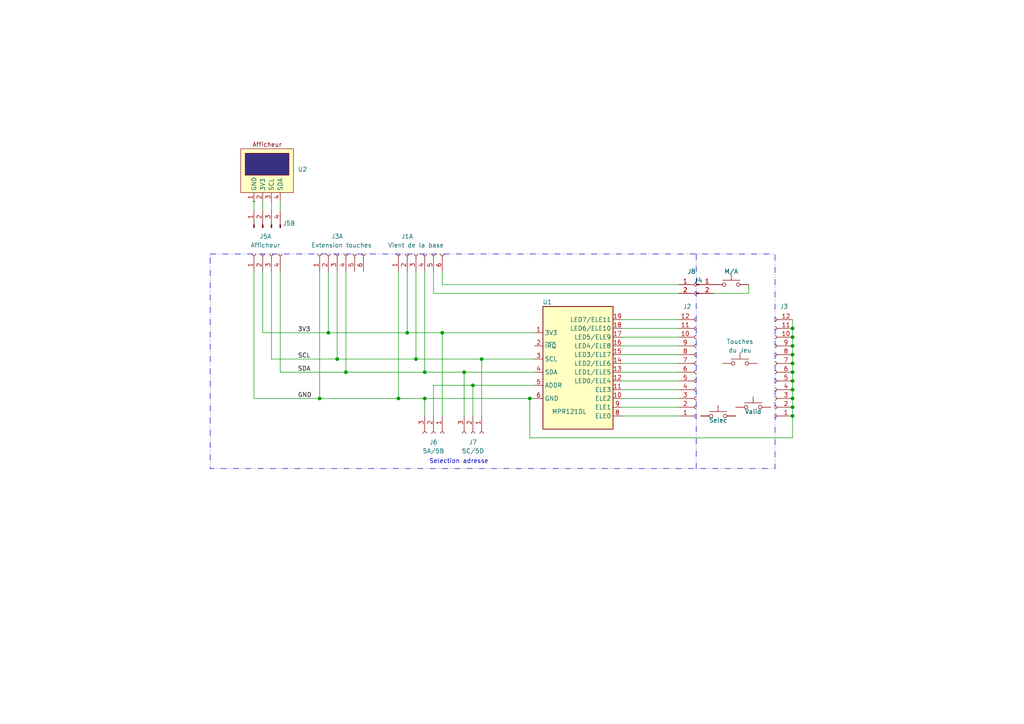
<source format=kicad_sch>
(kicad_sch (version 20230121) (generator eeschema)
  (paper "A4")
  (lib_symbols
    (symbol "Connector:Conn_01x02_Pin" (pin_names (offset 1.016) hide)
      (property "Reference" "J" (at 0 2.54 0))
      (property "Value" "Conn_01x02_Pin" (at 0 -5.08 0))
      (symbol "Conn_01x02_Pin_1_1"
        (polyline (pts (xy 1.27 -2.54) (xy 0.8636 -2.54)) (stroke (width 0.1524)))
        (polyline (pts (xy 1.27 0) (xy 0.8636 0)) (stroke (width 0.1524)))
        (rectangle (start 0.8636 -2.413) (end 0 -2.667) (stroke (width 0.1524)) (fill (type outline)))
        (rectangle (start 0.8636 0.127) (end 0 -0.127) (stroke (width 0.1524)) (fill (type outline)))
        (pin passive line (at 5.08 0 180) (length 3.81) (name "Pin_1") (number "1"))
        (pin passive line (at 5.08 -2.54 180) (length 3.81) (name "Pin_2") (number "2"))
      )
    )
    (symbol "Connector:Conn_01x02_Socket" (pin_names (offset 1.016) hide)
      (property "Reference" "J" (at 0 2.54 0))
      (property "Value" "Conn_01x02_Socket" (at 0 -5.08 0))
      (symbol "Conn_01x02_Socket_1_1"
        (arc (start 0 -2.032) (mid -0.5058 -2.54) (end 0 -3.048) (stroke (width 0.1524)))
        (polyline (pts (xy -1.27 -2.54) (xy -0.508 -2.54)) (stroke (width 0.1524)))
        (polyline (pts (xy -1.27 0) (xy -0.508 0)) (stroke (width 0.1524)))
        (arc (start 0 0.508) (mid -0.5058 0) (end 0 -0.508) (stroke (width 0.1524)))
        (pin passive line (at -5.08 0 0) (length 3.81) (name "Pin_1") (number "1"))
        (pin passive line (at -5.08 -2.54 0) (length 3.81) (name "Pin_2") (number "2"))
      )
    )
    (symbol "Connector:Conn_01x03_Socket" (pin_names (offset 1.016) hide)
      (property "Reference" "J" (at 0 5.08 0))
      (property "Value" "Conn_01x03_Socket" (at 0 -5.08 0))
      (symbol "Conn_01x03_Socket_1_1"
        (arc (start 0 -2.032) (mid -0.5058 -2.54) (end 0 -3.048) (stroke (width 0.1524)))
        (polyline (pts (xy -1.27 -2.54) (xy -0.508 -2.54)) (stroke (width 0.1524)))
        (polyline (pts (xy -1.27 0) (xy -0.508 0)) (stroke (width 0.1524)))
        (polyline (pts (xy -1.27 2.54) (xy -0.508 2.54)) (stroke (width 0.1524)))
        (arc (start 0 0.508) (mid -0.5058 0) (end 0 -0.508) (stroke (width 0.1524)))
        (arc (start 0 3.048) (mid -0.5058 2.54) (end 0 2.032) (stroke (width 0.1524)))
        (pin passive line (at -5.08 2.54 0) (length 3.81) (name "Pin_1") (number "1"))
        (pin passive line (at -5.08 0 0) (length 3.81) (name "Pin_2") (number "2"))
        (pin passive line (at -5.08 -2.54 0) (length 3.81) (name "Pin_3") (number "3"))
      )
    )
    (symbol "Connector:Conn_01x04_Pin" (pin_names (offset 1.016) hide)
      (property "Reference" "J" (at 0 5.08 0))
      (property "Value" "Conn_01x04_Pin" (at 0 -7.62 0))
      (symbol "Conn_01x04_Pin_1_1"
        (polyline (pts (xy 1.27 -5.08) (xy 0.8636 -5.08)) (stroke (width 0.1524)))
        (polyline (pts (xy 1.27 -2.54) (xy 0.8636 -2.54)) (stroke (width 0.1524)))
        (polyline (pts (xy 1.27 0) (xy 0.8636 0)) (stroke (width 0.1524)))
        (polyline (pts (xy 1.27 2.54) (xy 0.8636 2.54)) (stroke (width 0.1524)))
        (rectangle (start 0.8636 -4.953) (end 0 -5.207) (stroke (width 0.1524)) (fill (type outline)))
        (rectangle (start 0.8636 -2.413) (end 0 -2.667) (stroke (width 0.1524)) (fill (type outline)))
        (rectangle (start 0.8636 0.127) (end 0 -0.127) (stroke (width 0.1524)) (fill (type outline)))
        (rectangle (start 0.8636 2.667) (end 0 2.413) (stroke (width 0.1524)) (fill (type outline)))
        (pin passive line (at 5.08 2.54 180) (length 3.81) (name "Pin_1") (number "1"))
        (pin passive line (at 5.08 0 180) (length 3.81) (name "Pin_2") (number "2"))
        (pin passive line (at 5.08 -2.54 180) (length 3.81) (name "Pin_3") (number "3"))
        (pin passive line (at 5.08 -5.08 180) (length 3.81) (name "Pin_4") (number "4"))
      )
    )
    (symbol "Connector:Conn_01x04_Socket" (pin_names (offset 1.016) hide)
      (property "Reference" "J" (at 0 5.08 0))
      (property "Value" "Conn_01x04_Socket" (at 0 -7.62 0))
      (symbol "Conn_01x04_Socket_1_1"
        (arc (start 0 -4.572) (mid -0.5058 -5.08) (end 0 -5.588) (stroke (width 0.1524)))
        (arc (start 0 -2.032) (mid -0.5058 -2.54) (end 0 -3.048) (stroke (width 0.1524)))
        (polyline (pts (xy -1.27 -5.08) (xy -0.508 -5.08)) (stroke (width 0.1524)))
        (polyline (pts (xy -1.27 -2.54) (xy -0.508 -2.54)) (stroke (width 0.1524)))
        (polyline (pts (xy -1.27 0) (xy -0.508 0)) (stroke (width 0.1524)))
        (polyline (pts (xy -1.27 2.54) (xy -0.508 2.54)) (stroke (width 0.1524)))
        (arc (start 0 0.508) (mid -0.5058 0) (end 0 -0.508) (stroke (width 0.1524)))
        (arc (start 0 3.048) (mid -0.5058 2.54) (end 0 2.032) (stroke (width 0.1524)))
        (pin passive line (at -5.08 2.54 0) (length 3.81) (name "Pin_1") (number "1"))
        (pin passive line (at -5.08 0 0) (length 3.81) (name "Pin_2") (number "2"))
        (pin passive line (at -5.08 -2.54 0) (length 3.81) (name "Pin_3") (number "3"))
        (pin passive line (at -5.08 -5.08 0) (length 3.81) (name "Pin_4") (number "4"))
      )
    )
    (symbol "Connector:Conn_01x06_Socket" (pin_names (offset 1.016) hide)
      (property "Reference" "J" (at 0 7.62 0))
      (property "Value" "Conn_01x06_Socket" (at 0 -10.16 0))
      (symbol "Conn_01x06_Socket_1_1"
        (arc (start 0 -7.112) (mid -0.5058 -7.62) (end 0 -8.128) (stroke (width 0.1524)))
        (arc (start 0 -4.572) (mid -0.5058 -5.08) (end 0 -5.588) (stroke (width 0.1524)))
        (arc (start 0 -2.032) (mid -0.5058 -2.54) (end 0 -3.048) (stroke (width 0.1524)))
        (polyline (pts (xy -1.27 -7.62) (xy -0.508 -7.62)) (stroke (width 0.1524)))
        (polyline (pts (xy -1.27 -5.08) (xy -0.508 -5.08)) (stroke (width 0.1524)))
        (polyline (pts (xy -1.27 -2.54) (xy -0.508 -2.54)) (stroke (width 0.1524)))
        (polyline (pts (xy -1.27 0) (xy -0.508 0)) (stroke (width 0.1524)))
        (polyline (pts (xy -1.27 2.54) (xy -0.508 2.54)) (stroke (width 0.1524)))
        (polyline (pts (xy -1.27 5.08) (xy -0.508 5.08)) (stroke (width 0.1524)))
        (arc (start 0 0.508) (mid -0.5058 0) (end 0 -0.508) (stroke (width 0.1524)))
        (arc (start 0 3.048) (mid -0.5058 2.54) (end 0 2.032) (stroke (width 0.1524)))
        (arc (start 0 5.588) (mid -0.5058 5.08) (end 0 4.572) (stroke (width 0.1524)))
        (pin passive line (at -5.08 5.08 0) (length 3.81) (name "Pin_1") (number "1"))
        (pin passive line (at -5.08 2.54 0) (length 3.81) (name "Pin_2") (number "2"))
        (pin passive line (at -5.08 0 0) (length 3.81) (name "Pin_3") (number "3"))
        (pin passive line (at -5.08 -2.54 0) (length 3.81) (name "Pin_4") (number "4"))
        (pin passive line (at -5.08 -5.08 0) (length 3.81) (name "Pin_5") (number "5"))
        (pin passive line (at -5.08 -7.62 0) (length 3.81) (name "Pin_6") (number "6"))
      )
    )
    (symbol "Connector:Conn_01x12_Socket" (pin_names (offset 1.016) hide)
      (property "Reference" "J" (at 0 15.24 0))
      (property "Value" "Conn_01x12_Socket" (at 0 -17.78 0))
      (symbol "Conn_01x12_Socket_1_1"
        (arc (start 0 -14.732) (mid -0.5058 -15.24) (end 0 -15.748) (stroke (width 0.1524)))
        (arc (start 0 -12.192) (mid -0.5058 -12.7) (end 0 -13.208) (stroke (width 0.1524)))
        (arc (start 0 -9.652) (mid -0.5058 -10.16) (end 0 -10.668) (stroke (width 0.1524)))
        (arc (start 0 -7.112) (mid -0.5058 -7.62) (end 0 -8.128) (stroke (width 0.1524)))
        (arc (start 0 -4.572) (mid -0.5058 -5.08) (end 0 -5.588) (stroke (width 0.1524)))
        (arc (start 0 -2.032) (mid -0.5058 -2.54) (end 0 -3.048) (stroke (width 0.1524)))
        (polyline (pts (xy -1.27 -15.24) (xy -0.508 -15.24)) (stroke (width 0.1524)))
        (polyline (pts (xy -1.27 -12.7) (xy -0.508 -12.7)) (stroke (width 0.1524)))
        (polyline (pts (xy -1.27 -10.16) (xy -0.508 -10.16)) (stroke (width 0.1524)))
        (polyline (pts (xy -1.27 -7.62) (xy -0.508 -7.62)) (stroke (width 0.1524)))
        (polyline (pts (xy -1.27 -5.08) (xy -0.508 -5.08)) (stroke (width 0.1524)))
        (polyline (pts (xy -1.27 -2.54) (xy -0.508 -2.54)) (stroke (width 0.1524)))
        (polyline (pts (xy -1.27 0) (xy -0.508 0)) (stroke (width 0.1524)))
        (polyline (pts (xy -1.27 2.54) (xy -0.508 2.54)) (stroke (width 0.1524)))
        (polyline (pts (xy -1.27 5.08) (xy -0.508 5.08)) (stroke (width 0.1524)))
        (polyline (pts (xy -1.27 7.62) (xy -0.508 7.62)) (stroke (width 0.1524)))
        (polyline (pts (xy -1.27 10.16) (xy -0.508 10.16)) (stroke (width 0.1524)))
        (polyline (pts (xy -1.27 12.7) (xy -0.508 12.7)) (stroke (width 0.1524)))
        (arc (start 0 0.508) (mid -0.5058 0) (end 0 -0.508) (stroke (width 0.1524)))
        (arc (start 0 3.048) (mid -0.5058 2.54) (end 0 2.032) (stroke (width 0.1524)))
        (arc (start 0 5.588) (mid -0.5058 5.08) (end 0 4.572) (stroke (width 0.1524)))
        (arc (start 0 8.128) (mid -0.5058 7.62) (end 0 7.112) (stroke (width 0.1524)))
        (arc (start 0 10.668) (mid -0.5058 10.16) (end 0 9.652) (stroke (width 0.1524)))
        (arc (start 0 13.208) (mid -0.5058 12.7) (end 0 12.192) (stroke (width 0.1524)))
        (pin passive line (at -5.08 12.7 0) (length 3.81) (name "Pin_1") (number "1"))
        (pin passive line (at -5.08 -10.16 0) (length 3.81) (name "Pin_10") (number "10"))
        (pin passive line (at -5.08 -12.7 0) (length 3.81) (name "Pin_11") (number "11"))
        (pin passive line (at -5.08 -15.24 0) (length 3.81) (name "Pin_12") (number "12"))
        (pin passive line (at -5.08 10.16 0) (length 3.81) (name "Pin_2") (number "2"))
        (pin passive line (at -5.08 7.62 0) (length 3.81) (name "Pin_3") (number "3"))
        (pin passive line (at -5.08 5.08 0) (length 3.81) (name "Pin_4") (number "4"))
        (pin passive line (at -5.08 2.54 0) (length 3.81) (name "Pin_5") (number "5"))
        (pin passive line (at -5.08 0 0) (length 3.81) (name "Pin_6") (number "6"))
        (pin passive line (at -5.08 -2.54 0) (length 3.81) (name "Pin_7") (number "7"))
        (pin passive line (at -5.08 -5.08 0) (length 3.81) (name "Pin_8") (number "8"))
        (pin passive line (at -5.08 -7.62 0) (length 3.81) (name "Pin_9") (number "9"))
      )
    )
    (symbol "MaLibrairie2:Display"
      (property "Reference" "U" (at 0 0 0))
      (symbol "Display_0_1"
        (rectangle (start -3.81 15.24) (end 11.43 2.54) (fill (type background)))
        (rectangle (start -2.54 13.97) (end 10.16 7.62) (fill (type color) (color 57 48 132 1)))
        (text "Afficheur" (at 3.81 16.51 0) (effects (font (size 1.27 1.27))))
      )
      (symbol "Display_1_1"
        (pin input line (at 0 0 90) (length 2.54) (name "GND") (number "1"))
        (pin input line (at 2.54 0 90) (length 2.54) (name "3V3") (number "2"))
        (pin input line (at 5.08 0 90) (length 2.54) (name "SCL") (number "3"))
        (pin input line (at 7.62 0 90) (length 2.54) (name "SDA") (number "4"))
      )
    )
    (symbol "MaLibrairie2:MPR121QR2"
      (property "Reference" "U" (at -8.89 19.05 0))
      (property "Value" "MPR121DL" (at 6.35 19.05 0))
      (symbol "MPR121QR2_0_1"
        (rectangle (start -10.16 17.78) (end 10.16 -17.78) (stroke (width 0.254)) (fill (type background)))
      )
      (symbol "MPR121QR2_1_1"
        (pin power_in line (at -12.7 10.16 0) (length 2.54) (name "3V3") (number "1"))
        (pin passive line (at 12.7 -8.89 180) (length 2.54) (name "ELE2") (number "10"))
        (pin passive line (at 12.7 -6.35 180) (length 2.54) (name "ELE3") (number "11"))
        (pin passive line (at 12.7 -3.81 180) (length 2.54) (name "LED0/ELE4") (number "12"))
        (pin passive line (at 12.7 -1.27 180) (length 2.54) (name "LED1/ELE5") (number "13"))
        (pin passive line (at 12.7 1.27 180) (length 2.54) (name "LED2/ELE6") (number "14"))
        (pin passive line (at 12.7 3.81 180) (length 2.54) (name "LED3/ELE7") (number "15"))
        (pin passive line (at 12.7 6.35 180) (length 2.54) (name "LED4/ELE8") (number "16"))
        (pin passive line (at 12.7 8.89 180) (length 2.54) (name "LED5/ELE9") (number "17"))
        (pin passive line (at 12.7 11.43 180) (length 2.54) (name "LED6/ELE10") (number "18"))
        (pin passive line (at 12.7 13.97 180) (length 2.54) (name "LED7/ELE11") (number "19"))
        (pin input line (at -12.7 6.35 0) (length 2.54) (name "~{IRQ}") (number "2"))
        (pin bidirectional line (at -12.7 2.54 0) (length 2.54) (name "SCL") (number "3"))
        (pin bidirectional line (at -12.7 -1.27 0) (length 2.54) (name "SDA") (number "4"))
        (pin input line (at -12.7 -5.08 0) (length 2.54) (name "ADDR") (number "5"))
        (pin power_in line (at -12.7 -8.89 0) (length 2.54) (name "GND") (number "6"))
        (pin passive line (at 12.7 -13.97 180) (length 2.54) (name "ELE0") (number "8"))
        (pin passive line (at 12.7 -11.43 180) (length 2.54) (name "ELE1") (number "9"))
      )
    )
    (symbol "Switch:SW_Push" (pin_numbers hide) (pin_names (offset 1.016) hide)
      (property "Reference" "SW" (at 1.27 2.54 0))
      (property "Value" "SW_Push" (at 0 -1.524 0))
      (symbol "SW_Push_0_1"
        (circle (center -2.032 0) (radius 0.508))
        (polyline (pts (xy 0 1.27) (xy 0 3.048)))
        (polyline (pts (xy 2.54 1.27) (xy -2.54 1.27)))
        (circle (center 2.032 0) (radius 0.508))
        (pin passive line (at -5.08 0 0) (length 2.54) (name "1") (number "1"))
        (pin passive line (at 5.08 0 180) (length 2.54) (name "2") (number "2"))
      )
    )
  )
  (junction (at 137.16 111.76))
  (junction (at 229.87 100.33))
  (junction (at 128.27 96.52))
  (junction (at 229.87 102.87))
  (junction (at 229.87 105.41))
  (junction (at 95.25 96.52))
  (junction (at 229.87 95.25))
  (junction (at 134.62 107.95))
  (junction (at 118.11 96.52))
  (junction (at 123.19 115.57))
  (junction (at 229.87 120.65))
  (junction (at 229.87 113.03))
  (junction (at 229.87 118.11))
  (junction (at 123.19 107.95))
  (junction (at 229.87 115.57))
  (junction (at 153.67 115.57))
  (junction (at 92.71 115.57))
  (junction (at 100.33 107.95))
  (junction (at 139.7 104.14))
  (junction (at 229.87 110.49))
  (junction (at 229.87 107.95))
  (junction (at 115.57 115.57))
  (junction (at 97.79 104.14))
  (junction (at 120.65 104.14))
  (junction (at 229.87 97.79))
  (wire (pts (xy 81.28 78.74) (xy 81.28 107.95)))
  (wire (pts (xy 180.34 107.95) (xy 196.85 107.95)))
  (wire (pts (xy 180.34 97.79) (xy 196.85 97.79)))
  (wire (pts (xy 76.2 58.42) (xy 76.2 60.96)))
  (wire (pts (xy 229.87 115.57) (xy 229.87 118.11)))
  (wire (pts (xy 196.85 92.71) (xy 180.34 92.71)))
  (wire (pts (xy 81.28 58.42) (xy 81.28 60.96)))
  (wire (pts (xy 180.34 100.33) (xy 196.85 100.33)))
  (wire (pts (xy 123.19 107.95) (xy 134.62 107.95)))
  (wire (pts (xy 97.79 78.74) (xy 97.79 104.14)))
  (wire (pts (xy 128.27 96.52) (xy 154.94 96.52)))
  (wire (pts (xy 125.73 120.65) (xy 125.73 111.76)))
  (wire (pts (xy 217.17 82.55) (xy 217.17 85.09)))
  (wire (pts (xy 137.16 111.76) (xy 154.94 111.76)))
  (wire (pts (xy 92.71 115.57) (xy 73.66 115.57)))
  (wire (pts (xy 134.62 107.95) (xy 134.62 120.65)))
  (wire (pts (xy 76.2 78.74) (xy 76.2 96.52)))
  (wire (pts (xy 123.19 78.74) (xy 123.19 107.95)))
  (wire (pts (xy 134.62 107.95) (xy 154.94 107.95)))
  (wire (pts (xy 137.16 111.76) (xy 137.16 120.65)))
  (wire (pts (xy 139.7 104.14) (xy 139.7 120.65)))
  (wire (pts (xy 115.57 78.74) (xy 115.57 115.57)))
  (wire (pts (xy 229.87 105.41) (xy 229.87 107.95)))
  (wire (pts (xy 153.67 115.57) (xy 153.67 127)))
  (wire (pts (xy 128.27 82.55) (xy 128.27 78.74)))
  (wire (pts (xy 180.34 102.87) (xy 196.85 102.87)))
  (wire (pts (xy 180.34 110.49) (xy 196.85 110.49)))
  (wire (pts (xy 229.87 113.03) (xy 229.87 115.57)))
  (wire (pts (xy 229.87 127) (xy 153.67 127)))
  (wire (pts (xy 229.87 118.11) (xy 229.87 120.65)))
  (wire (pts (xy 78.74 58.42) (xy 78.74 60.96)))
  (wire (pts (xy 229.87 110.49) (xy 229.87 113.03)))
  (wire (pts (xy 123.19 115.57) (xy 123.19 120.65)))
  (wire (pts (xy 128.27 82.55) (xy 196.85 82.55)))
  (wire (pts (xy 229.87 100.33) (xy 229.87 102.87)))
  (wire (pts (xy 78.74 78.74) (xy 78.74 104.14)))
  (wire (pts (xy 95.25 96.52) (xy 118.11 96.52)))
  (wire (pts (xy 229.87 92.71) (xy 229.87 95.25)))
  (wire (pts (xy 217.17 85.09) (xy 207.01 85.09)))
  (wire (pts (xy 120.65 78.74) (xy 120.65 104.14)))
  (wire (pts (xy 180.34 105.41) (xy 196.85 105.41)))
  (wire (pts (xy 229.87 102.87) (xy 229.87 105.41)))
  (wire (pts (xy 118.11 78.74) (xy 118.11 96.52)))
  (wire (pts (xy 229.87 95.25) (xy 229.87 97.79)))
  (wire (pts (xy 100.33 107.95) (xy 81.28 107.95)))
  (wire (pts (xy 120.65 104.14) (xy 97.79 104.14)))
  (wire (pts (xy 229.87 97.79) (xy 229.87 100.33)))
  (wire (pts (xy 125.73 111.76) (xy 137.16 111.76)))
  (wire (pts (xy 180.34 113.03) (xy 196.85 113.03)))
  (wire (pts (xy 118.11 96.52) (xy 128.27 96.52)))
  (wire (pts (xy 180.34 115.57) (xy 196.85 115.57)))
  (wire (pts (xy 95.25 96.52) (xy 76.2 96.52)))
  (wire (pts (xy 92.71 115.57) (xy 115.57 115.57)))
  (wire (pts (xy 92.71 78.74) (xy 92.71 115.57)))
  (wire (pts (xy 97.79 104.14) (xy 78.74 104.14)))
  (wire (pts (xy 73.66 58.42) (xy 73.66 60.96)))
  (wire (pts (xy 139.7 104.14) (xy 120.65 104.14)))
  (wire (pts (xy 229.87 107.95) (xy 229.87 110.49)))
  (wire (pts (xy 153.67 115.57) (xy 154.94 115.57)))
  (wire (pts (xy 180.34 120.65) (xy 196.85 120.65)))
  (wire (pts (xy 125.73 85.09) (xy 196.85 85.09)))
  (wire (pts (xy 115.57 115.57) (xy 123.19 115.57)))
  (wire (pts (xy 154.94 104.14) (xy 139.7 104.14)))
  (wire (pts (xy 125.73 78.74) (xy 125.73 85.09)))
  (wire (pts (xy 180.34 118.11) (xy 196.85 118.11)))
  (wire (pts (xy 73.66 78.74) (xy 73.66 115.57)))
  (wire (pts (xy 128.27 96.52) (xy 128.27 120.65)))
  (wire (pts (xy 95.25 78.74) (xy 95.25 96.52)))
  (wire (pts (xy 100.33 78.74) (xy 100.33 107.95)))
  (wire (pts (xy 229.87 120.65) (xy 229.87 127)))
  (polyline (pts (xy 201.93 73.66) (xy 201.93 135.89)) (stroke (width 0) (type dash_dot_dot)))
  (wire (pts (xy 100.33 107.95) (xy 123.19 107.95)))
  (wire (pts (xy 180.34 95.25) (xy 196.85 95.25)))
  (wire (pts (xy 123.19 115.57) (xy 153.67 115.57)))
  (rectangle (start 60.96 73.66) (end 224.79 135.89) (stroke (width 0) (type dash_dot_dot)))
  (text "Selection adresse" (at 124.46 134.62 0) (effects (font (size 1.27 1.27)) (justify left bottom)))
  (label "GND" (at 86.36 115.57 0))
  (label "3V3" (at 86.36 96.52 0))
  (label "SDA" (at 86.36 107.95 0))
  (label "SCL" (at 86.36 104.14 0))
  (symbol (lib_id "Connector:Conn_01x04_Socket") (at 76.2 73.66 90) (unit 1)
    (property "Reference" "J5A" (at 78.74 68.58 90) (effects (justify left)))
    (property "Value" "Afficheur" (at 81.28 71.12 90) (effects (justify left)))
  )
  (symbol (lib_id "Connector:Conn_01x03_Socket") (at 125.73 125.73 270) (unit 1)
    (property "Reference" "J6" (at 125.73 128.27 90))
    (property "Value" "5A/5B" (at 125.73 130.81 90))
  )
  (symbol (lib_id "Connector:Conn_01x04_Pin") (at 76.2 66.04 90) (unit 1) (on_board no)
    (property "Reference" "J5B" (at 83.82 64.77 90))
    (property "Value" "Conn_01x04_Pin" (effects hide))
  )
  (symbol (lib_id "Switch:SW_Push") (at 218.44 118.11 0) (unit 1) (on_board no)
    (property "Reference" "Valid" (at 218.44 119.38 0))
    (property "Value" "M/A" (effects hide))
  )
  (symbol (lib_id "Connector:Conn_01x03_Socket") (at 137.16 125.73 270) (unit 1)
    (property "Reference" "J7" (at 137.16 128.27 90))
    (property "Value" "5C/5D" (at 137.16 130.81 90))
  )
  (symbol (lib_id "Connector:Conn_01x12_Socket") (at 201.93 107.95 0) (mirror x) (unit 1)
    (property "Reference" "J2" (at 198.12 88.9 0) (effects (justify left)))
    (property "Value" "Conn_01x12_Socket" (effects hide))
  )
  (symbol (lib_id "Switch:SW_Push") (at 208.28 120.65 0) (unit 1) (on_board no)
    (property "Reference" "Selec" (at 208.28 121.92 0))
    (property "Value" "M/A" (effects hide))
  )
  (symbol (lib_id "MaLibrairie2:Display") (at 73.66 58.42 0) (unit 1) (on_board no)
    (property "Reference" "U2" (at 86.36 49.1132 0) (effects (justify left)))
    (property "Value" "~" (at 73.66 58.42 0))
  )
  (symbol (lib_id "Connector:Conn_01x02_Socket") (at 201.93 82.55 0) (unit 1)
    (property "Reference" "J8" (at 199.39 78.74 0) (effects (justify left)))
    (property "Value" "Conn_01x02_Socket" (effects hide))
  )
  (symbol (lib_id "Connector:Conn_01x12_Socket") (at 224.79 107.95 180) (unit 1)
    (property "Reference" "J3" (at 228.6 88.9 0) (effects (justify left)))
    (property "Value" "Conn_01x12_Socket" (effects hide))
  )
  (symbol (lib_id "Switch:SW_Push") (at 212.09 82.55 0) (unit 1) (on_board no)
    (property "Reference" "M/A" (at 212.09 78.74 0))
    (property "Value" "M/A" (effects hide))
  )
  (symbol (lib_id "Connector:Conn_01x06_Socket") (at 120.65 73.66 90) (unit 1)
    (property "Reference" "J1A" (at 118.11 68.58 90))
    (property "Value" "Vient de la base" (at 120.65 71.12 90))
  )
  (symbol (lib_id "MaLibrairie2:MPR121QR2") (at 167.64 106.68 0) (unit 1)
    (property "Reference" "U1" (at 158.75 87.63 0))
    (property "Value" "MPR121DL" (at 165.1 119.38 0))
    (property "Footprint" "MesEmpreintes2:MPR121" (effects hide))
    (property "Datasheet" "https://resurgentsemi.com/wp-content/uploads/2018/09/MPR121_rev5-Resurgent.pdf?d453f8&d453f8" (effects hide))
  )
  (symbol (lib_id "Switch:SW_Push") (at 214.63 105.41 0) (unit 1) (on_board no)
    (property "Reference" "Touches" (at 214.63 99.06 0))
    (property "Value" "du Jeu" (at 214.63 101.6 0))
  )
  (symbol (lib_id "Connector:Conn_01x02_Pin") (at 201.93 82.55 0) (unit 1) (on_board no)
    (property "Reference" "J4" (at 202.565 81.28 0))
    (property "Value" "Conn_01x02_Pin" (effects hide))
  )
  (symbol (lib_id "Connector:Conn_01x06_Socket") (at 97.79 73.66 90) (unit 1)
    (property "Reference" "J3A" (at 97.79 68.58 90))
    (property "Value" "Extension touches" (at 99.06 71.12 90))
  )
)
</source>
